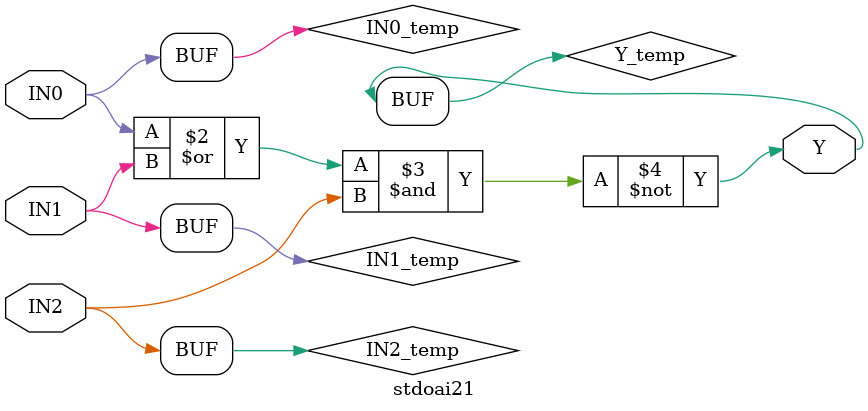
<source format=v>
module stdoai21(IN0,IN1,IN2,Y);
  parameter
        d_IN0_r = 0,
        d_IN0_f = 0,
        d_IN1_r = 0,
        d_IN1_f = 0,
        d_IN2_r = 0,
        d_IN2_f = 0,
        d_Y_r = 1,
        d_Y_f = 1;
  input  IN0;
  input  IN1;
  input  IN2;
  output  Y;
  wire  IN0_temp;
  wire  IN1_temp;
  wire  IN2_temp;
  reg  Y_temp;
  assign #(d_IN0_r,d_IN0_f) IN0_temp = IN0;
  assign #(d_IN1_r,d_IN1_f) IN1_temp = IN1;
  assign #(d_IN2_r,d_IN2_f) IN2_temp = IN2;
  assign #(d_Y_r,d_Y_f) Y = Y_temp;
  always
    @(IN0_temp or IN1_temp or IN2_temp)
      begin
      Y_temp = ( ~ ((IN0_temp | IN1_temp) & IN2_temp));
      end
endmodule

</source>
